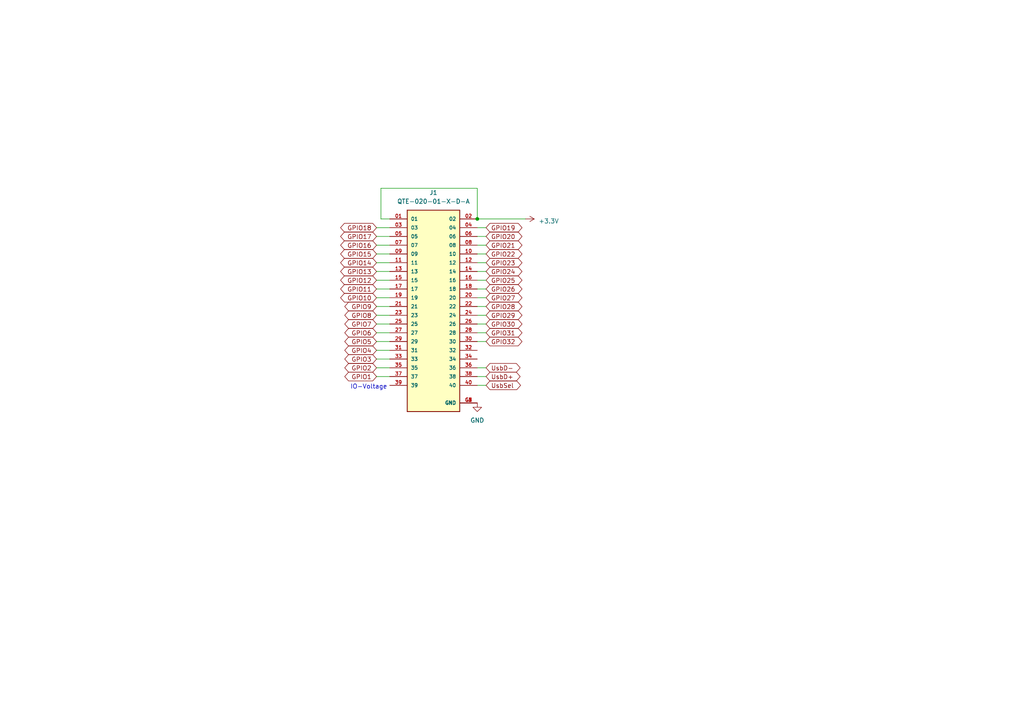
<source format=kicad_sch>
(kicad_sch (version 20230121) (generator eeschema)
  (paper "A4")
  (lib_symbols
    (symbol "addOnTemplate:QTE-020-01-X-D-A" (pin_names (offset 1.016))
      (property "Reference" "J" (at -7.62 28.702 0))
      (property "Value" "QTE-020-01-X-D-A" (at -7.62 -31.242 0))
      (symbol "QTE-020-01-X-D-A_0_0"
        (rectangle (start -7.62 27.94) (end 7.62 -30.48) (stroke (width 0.254)) (fill (type background)))
        (pin passive line (at -12.7 25.4 0) (length 5.08) (name "01") (number "01"))
        (pin passive line (at 12.7 25.4 180) (length 5.08) (name "02") (number "02"))
        (pin passive line (at -12.7 22.86 0) (length 5.08) (name "03") (number "03"))
        (pin passive line (at 12.7 22.86 180) (length 5.08) (name "04") (number "04"))
        (pin passive line (at -12.7 20.32 0) (length 5.08) (name "05") (number "05"))
        (pin passive line (at 12.7 20.32 180) (length 5.08) (name "06") (number "06"))
        (pin passive line (at -12.7 17.78 0) (length 5.08) (name "07") (number "07"))
        (pin passive line (at 12.7 17.78 180) (length 5.08) (name "08") (number "08"))
        (pin passive line (at -12.7 15.24 0) (length 5.08) (name "09") (number "09"))
        (pin passive line (at 12.7 15.24 180) (length 5.08) (name "10") (number "10"))
        (pin passive line (at -12.7 12.7 0) (length 5.08) (name "11") (number "11"))
        (pin passive line (at 12.7 12.7 180) (length 5.08) (name "12") (number "12"))
        (pin passive line (at -12.7 10.16 0) (length 5.08) (name "13") (number "13"))
        (pin passive line (at 12.7 10.16 180) (length 5.08) (name "14") (number "14"))
        (pin passive line (at -12.7 7.62 0) (length 5.08) (name "15") (number "15"))
        (pin passive line (at 12.7 7.62 180) (length 5.08) (name "16") (number "16"))
        (pin passive line (at -12.7 5.08 0) (length 5.08) (name "17") (number "17"))
        (pin passive line (at 12.7 5.08 180) (length 5.08) (name "18") (number "18"))
        (pin passive line (at -12.7 2.54 0) (length 5.08) (name "19") (number "19"))
        (pin passive line (at 12.7 2.54 180) (length 5.08) (name "20") (number "20"))
        (pin passive line (at -12.7 0 0) (length 5.08) (name "21") (number "21"))
        (pin passive line (at 12.7 0 180) (length 5.08) (name "22") (number "22"))
        (pin passive line (at -12.7 -2.54 0) (length 5.08) (name "23") (number "23"))
        (pin passive line (at 12.7 -2.54 180) (length 5.08) (name "24") (number "24"))
        (pin passive line (at -12.7 -5.08 0) (length 5.08) (name "25") (number "25"))
        (pin passive line (at 12.7 -5.08 180) (length 5.08) (name "26") (number "26"))
        (pin passive line (at -12.7 -7.62 0) (length 5.08) (name "27") (number "27"))
        (pin passive line (at 12.7 -7.62 180) (length 5.08) (name "28") (number "28"))
        (pin passive line (at -12.7 -10.16 0) (length 5.08) (name "29") (number "29"))
        (pin passive line (at 12.7 -10.16 180) (length 5.08) (name "30") (number "30"))
        (pin passive line (at -12.7 -12.7 0) (length 5.08) (name "31") (number "31"))
        (pin passive line (at 12.7 -12.7 180) (length 5.08) (name "32") (number "32"))
        (pin passive line (at -12.7 -15.24 0) (length 5.08) (name "33") (number "33"))
        (pin passive line (at 12.7 -15.24 180) (length 5.08) (name "34") (number "34"))
        (pin passive line (at -12.7 -17.78 0) (length 5.08) (name "35") (number "35"))
        (pin passive line (at 12.7 -17.78 180) (length 5.08) (name "36") (number "36"))
        (pin passive line (at -12.7 -20.32 0) (length 5.08) (name "37") (number "37"))
        (pin passive line (at 12.7 -20.32 180) (length 5.08) (name "38") (number "38"))
        (pin passive line (at -12.7 -22.86 0) (length 5.08) (name "39") (number "39"))
        (pin passive line (at 12.7 -22.86 180) (length 5.08) (name "40") (number "40"))
        (pin power_in line (at 12.7 -27.94 180) (length 5.08) (name "GND") (number "G1"))
        (pin power_in line (at 12.7 -27.94 180) (length 5.08) (name "GND") (number "G2"))
        (pin power_in line (at 12.7 -27.94 180) (length 5.08) (name "GND") (number "G3"))
        (pin power_in line (at 12.7 -27.94 180) (length 5.08) (name "GND") (number "G4"))
      )
    )
    (symbol "power:+3.3V" (power) (pin_names (offset 0))
      (property "Value" "+3.3V" (at 0 3.556 0))
      (symbol "+3.3V_0_1"
        (polyline (pts (xy -0.762 1.27) (xy 0 2.54)))
        (polyline (pts (xy 0 0) (xy 0 2.54)))
        (polyline (pts (xy 0 2.54) (xy 0.762 1.27)))
      )
      (symbol "+3.3V_1_1"
        (pin power_in line (at 0 0 90) (length 0) hide (name "+3.3V") (number "1"))
      )
    )
    (symbol "power:GND" (power) (pin_names (offset 0))
      (property "Value" "GND" (at 0 -3.81 0))
      (symbol "GND_0_1"
        (polyline (pts (xy 0 0) (xy 0 -1.27) (xy 1.27 -1.27) (xy 0 -2.54) (xy -1.27 -1.27) (xy 0 -1.27)))
      )
      (symbol "GND_1_1"
        (pin power_in line (at 0 0 270) (length 0) hide (name "GND") (number "1"))
      )
    )
  )
  (junction (at 138.43 63.5))
  (wire (pts (xy 109.22 109.22) (xy 113.03 109.22)))
  (wire (pts (xy 138.43 106.68) (xy 140.97 106.68)))
  (wire (pts (xy 138.43 81.28) (xy 140.97 81.28)))
  (wire (pts (xy 138.43 71.12) (xy 140.97 71.12)))
  (wire (pts (xy 138.43 86.36) (xy 140.97 86.36)))
  (wire (pts (xy 152.4 63.5) (xy 138.43 63.5)))
  (wire (pts (xy 109.22 73.66) (xy 113.03 73.66)))
  (wire (pts (xy 109.22 88.9) (xy 113.03 88.9)))
  (wire (pts (xy 138.43 111.76) (xy 140.97 111.76)))
  (wire (pts (xy 138.43 68.58) (xy 140.97 68.58)))
  (wire (pts (xy 109.22 66.04) (xy 113.03 66.04)))
  (wire (pts (xy 109.22 86.36) (xy 113.03 86.36)))
  (wire (pts (xy 138.43 73.66) (xy 140.97 73.66)))
  (wire (pts (xy 138.43 76.2) (xy 140.97 76.2)))
  (wire (pts (xy 110.49 63.5) (xy 110.49 54.61)))
  (wire (pts (xy 109.22 78.74) (xy 113.03 78.74)))
  (wire (pts (xy 138.43 96.52) (xy 140.97 96.52)))
  (wire (pts (xy 138.43 66.04) (xy 140.97 66.04)))
  (wire (pts (xy 109.22 81.28) (xy 113.03 81.28)))
  (wire (pts (xy 110.49 54.61) (xy 138.43 54.61)))
  (wire (pts (xy 138.43 88.9) (xy 140.97 88.9)))
  (wire (pts (xy 109.22 106.68) (xy 113.03 106.68)))
  (wire (pts (xy 138.43 93.98) (xy 140.97 93.98)))
  (wire (pts (xy 109.22 96.52) (xy 113.03 96.52)))
  (wire (pts (xy 109.22 71.12) (xy 113.03 71.12)))
  (wire (pts (xy 109.22 99.06) (xy 113.03 99.06)))
  (wire (pts (xy 109.22 93.98) (xy 113.03 93.98)))
  (wire (pts (xy 109.22 68.58) (xy 113.03 68.58)))
  (wire (pts (xy 109.22 76.2) (xy 113.03 76.2)))
  (wire (pts (xy 109.22 104.14) (xy 113.03 104.14)))
  (wire (pts (xy 113.03 63.5) (xy 110.49 63.5)))
  (wire (pts (xy 109.22 83.82) (xy 113.03 83.82)))
  (wire (pts (xy 109.22 101.6) (xy 113.03 101.6)))
  (wire (pts (xy 109.22 91.44) (xy 113.03 91.44)))
  (wire (pts (xy 138.43 54.61) (xy 138.43 63.5)))
  (wire (pts (xy 138.43 78.74) (xy 140.97 78.74)))
  (wire (pts (xy 138.43 83.82) (xy 140.97 83.82)))
  (wire (pts (xy 138.43 91.44) (xy 140.97 91.44)))
  (wire (pts (xy 138.43 109.22) (xy 140.97 109.22)))
  (wire (pts (xy 138.43 99.06) (xy 140.97 99.06)))
  (text "IO-Voltage\n" (at 101.6 113.03 0) (effects (font (size 1.27 1.27)) (justify left bottom)))
  (global_label "GPIO8" (shape bidirectional) (at 109.22 91.44 180) (property "Intersheetrefs" "${INTERSHEET_REFS}" (effects hide)))
  (global_label "GPIO5" (shape bidirectional) (at 109.22 99.06 180) (property "Intersheetrefs" "${INTERSHEET_REFS}" (effects hide)))
  (global_label "GPIO20" (shape bidirectional) (at 140.97 68.58 0) (property "Intersheetrefs" "${INTERSHEET_REFS}" (effects hide)))
  (global_label "GPIO27" (shape bidirectional) (at 140.97 86.36 0) (property "Intersheetrefs" "${INTERSHEET_REFS}" (effects hide)))
  (global_label "GPIO31" (shape bidirectional) (at 140.97 96.52 0) (property "Intersheetrefs" "${INTERSHEET_REFS}" (effects hide)))
  (global_label "GPIO6" (shape bidirectional) (at 109.22 96.52 180) (property "Intersheetrefs" "${INTERSHEET_REFS}" (effects hide)))
  (global_label "GPIO21" (shape bidirectional) (at 140.97 71.12 0) (property "Intersheetrefs" "${INTERSHEET_REFS}" (effects hide)))
  (global_label "GPIO12" (shape bidirectional) (at 109.22 81.28 180) (property "Intersheetrefs" "${INTERSHEET_REFS}" (effects hide)))
  (global_label "GPIO10" (shape bidirectional) (at 109.22 86.36 180) (property "Intersheetrefs" "${INTERSHEET_REFS}" (effects hide)))
  (global_label "GPIO15" (shape bidirectional) (at 109.22 73.66 180) (property "Intersheetrefs" "${INTERSHEET_REFS}" (effects hide)))
  (global_label "GPIO9" (shape bidirectional) (at 109.22 88.9 180) (property "Intersheetrefs" "${INTERSHEET_REFS}" (effects hide)))
  (global_label "GPIO26" (shape bidirectional) (at 140.97 83.82 0) (property "Intersheetrefs" "${INTERSHEET_REFS}" (effects hide)))
  (global_label "GPIO2" (shape bidirectional) (at 109.22 106.68 180) (property "Intersheetrefs" "${INTERSHEET_REFS}" (effects hide)))
  (global_label "GPIO29" (shape bidirectional) (at 140.97 91.44 0) (property "Intersheetrefs" "${INTERSHEET_REFS}" (effects hide)))
  (global_label "GPIO17" (shape bidirectional) (at 109.22 68.58 180) (property "Intersheetrefs" "${INTERSHEET_REFS}" (effects hide)))
  (global_label "GPIO28" (shape bidirectional) (at 140.97 88.9 0) (property "Intersheetrefs" "${INTERSHEET_REFS}" (effects hide)))
  (global_label "UsbD-" (shape bidirectional) (at 140.97 106.68 0) (property "Intersheetrefs" "${INTERSHEET_REFS}" (effects hide)))
  (global_label "GPIO16" (shape bidirectional) (at 109.22 71.12 180) (property "Intersheetrefs" "${INTERSHEET_REFS}" (effects hide)))
  (global_label "GPIO18" (shape bidirectional) (at 109.22 66.04 180) (property "Intersheetrefs" "${INTERSHEET_REFS}" (effects hide)))
  (global_label "GPIO11" (shape bidirectional) (at 109.22 83.82 180) (property "Intersheetrefs" "${INTERSHEET_REFS}" (effects hide)))
  (global_label "GPIO23" (shape bidirectional) (at 140.97 76.2 0) (property "Intersheetrefs" "${INTERSHEET_REFS}" (effects hide)))
  (global_label "GPIO32" (shape bidirectional) (at 140.97 99.06 0) (property "Intersheetrefs" "${INTERSHEET_REFS}" (effects hide)))
  (global_label "GPIO22" (shape bidirectional) (at 140.97 73.66 0) (property "Intersheetrefs" "${INTERSHEET_REFS}" (effects hide)))
  (global_label "GPIO25" (shape bidirectional) (at 140.97 81.28 0) (property "Intersheetrefs" "${INTERSHEET_REFS}" (effects hide)))
  (global_label "GPIO3" (shape bidirectional) (at 109.22 104.14 180) (property "Intersheetrefs" "${INTERSHEET_REFS}" (effects hide)))
  (global_label "GPIO19" (shape bidirectional) (at 140.97 66.04 0) (property "Intersheetrefs" "${INTERSHEET_REFS}" (effects hide)))
  (global_label "GPIO4" (shape bidirectional) (at 109.22 101.6 180) (property "Intersheetrefs" "${INTERSHEET_REFS}" (effects hide)))
  (global_label "UsbSel" (shape bidirectional) (at 140.97 111.76 0) (property "Intersheetrefs" "${INTERSHEET_REFS}" (effects hide)))
  (global_label "GPIO30" (shape bidirectional) (at 140.97 93.98 0) (property "Intersheetrefs" "${INTERSHEET_REFS}" (effects hide)))
  (global_label "GPIO1" (shape bidirectional) (at 109.22 109.22 180) (property "Intersheetrefs" "${INTERSHEET_REFS}" (effects hide)))
  (global_label "GPIO7" (shape bidirectional) (at 109.22 93.98 180) (property "Intersheetrefs" "${INTERSHEET_REFS}" (effects hide)))
  (global_label "GPIO14" (shape bidirectional) (at 109.22 76.2 180) (property "Intersheetrefs" "${INTERSHEET_REFS}" (effects hide)))
  (global_label "GPIO24" (shape bidirectional) (at 140.97 78.74 0) (property "Intersheetrefs" "${INTERSHEET_REFS}" (effects hide)))
  (global_label "UsbD+" (shape bidirectional) (at 140.97 109.22 0) (property "Intersheetrefs" "${INTERSHEET_REFS}" (effects hide)))
  (global_label "GPIO13" (shape bidirectional) (at 109.22 78.74 180) (property "Intersheetrefs" "${INTERSHEET_REFS}" (effects hide)))
  (symbol (lib_id "power:GND") (at 138.43 116.84 0) (unit 1)
    (property "Reference" "#PWR01" (effects hide))
    (property "Value" "GND" (at 138.43 121.92 0))
  )
  (symbol (lib_id "power:+3.3V") (at 152.4 63.5 270) (unit 1)
    (property "Reference" "#PWR02" (effects hide))
    (property "Value" "+3.3V" (at 156.21 64.135 90) (effects (justify left)))
  )
  (symbol (lib_id "addOnTemplate:QTE-020-01-X-D-A") (at 125.73 88.9 0) (unit 1)
    (property "Reference" "J1" (at 125.73 55.88 0))
    (property "Value" "QTE-020-01-X-D-A" (at 125.73 58.42 0))
    (property "Footprint" "addOnTemplate:SAMTEC_QTE-020-01-X-D-A" (effects hide))
    (property "PARTREV" "K" (effects hide))
    (property "MANUFACTURER" "Samtec" (effects hide))
    (property "MAXIMUM_PACKAGE_HEIGHT" "4.347 mm" (effects hide))
    (property "STANDARD" "Manufacturer Recommendations" (effects hide))
  )
)
</source>
